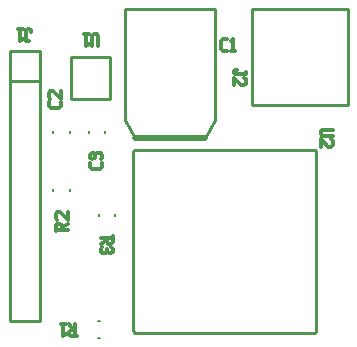
<source format=gbr>
G04 start of page 7 for group -4079 idx -4079 *
G04 Title: Dom32RF, topsilk *
G04 Creator: pcb 4.0.2 *
G04 CreationDate: Tue Feb 12 11:34:35 2019 UTC *
G04 For: walter *
G04 Format: Gerber/RS-274X *
G04 PCB-Dimensions (mil): 1181.10 1181.10 *
G04 PCB-Coordinate-Origin: lower left *
%MOIN*%
%FSLAX25Y25*%
%LNTOPSILK*%
%ADD43C,0.0118*%
%ADD42C,0.0200*%
%ADD41C,0.0100*%
%ADD40C,0.0080*%
G54D40*X19489Y57874D02*Y57088D01*
X24999Y57874D02*Y57088D01*
G54D41*X85575Y85654D02*Y117654D01*
X117575Y85654D02*X85575D01*
X117575Y117654D02*Y85654D01*
X85575Y117654D02*X117575D01*
X46575Y70857D02*X106475D01*
X46075Y70357D02*X46575Y70857D01*
X46075Y70357D02*Y10357D01*
X107075D02*X106575Y9857D01*
X46575D02*X106575D01*
X46575D02*X46075Y10357D01*
X107075Y70357D02*Y10357D01*
Y70357D02*X106575Y70857D01*
G54D40*X40157Y49606D02*Y48820D01*
X34647Y49606D02*Y48820D01*
X34449Y8269D02*X35235D01*
X34449Y13779D02*X35235D01*
G54D41*X25490Y101816D02*X38290D01*
Y87916D01*
X25490D02*X38290D01*
X25490Y101816D02*Y87916D01*
G54D40*X19489Y77165D02*Y76379D01*
X24999Y77165D02*Y76379D01*
X31300Y77165D02*Y76379D01*
X36810Y77165D02*Y76379D01*
G54D42*X46765Y74836D02*X70165D01*
G54D41*X73465Y80936D01*
Y117636D02*Y80936D01*
X43465Y117636D02*X73465D01*
X43465D02*Y80936D01*
X46765Y74836D01*
X5079Y93858D02*X15079D01*
Y103843D02*X5079Y103858D01*
X15094Y13858D02*X15079Y103858D01*
X5079Y13858D02*X15079D01*
X5079Y103858D02*Y13858D01*
G54D43*X83709Y96891D02*Y96091D01*
X80209D02*X83709D01*
X79709Y96591D02*X80209Y96091D01*
X79709Y97091D02*Y96591D01*
X80209Y97591D02*X79709Y97091D01*
X80209Y97591D02*X80709D01*
X83209Y94891D02*X83709Y94391D01*
Y92891D01*
X83209Y92391D01*
X82209D02*X83209D01*
X79709Y94891D02*X82209Y92391D01*
X79709Y94891D02*Y92391D01*
X109083Y77508D02*X112583D01*
X109083D02*X108583Y77008D01*
Y76008D01*
X109083Y75508D01*
X112583D01*
X112083Y74308D02*X112583Y73808D01*
Y72308D01*
X112083Y71808D01*
X111083D02*X112083D01*
X108583Y74308D02*X111083Y71808D01*
X108583Y74308D02*Y71808D01*
X76134Y103848D02*X77434D01*
X75434Y104548D02*X76134Y103848D01*
X75434Y107148D02*Y104548D01*
Y107148D02*X76134Y107848D01*
X77434D01*
X78634Y107048D02*X79434Y107848D01*
Y103848D01*
X78634D02*X80134D01*
X34486Y108898D02*Y105398D01*
Y108898D02*X33986Y109398D01*
X32986D02*X33986D01*
X32986D02*X32486Y108898D01*
Y105398D01*
X31286Y106198D02*X30486Y105398D01*
Y109398D02*Y105398D01*
X29786Y109398D02*X31286D01*
X21972Y86712D02*Y85412D01*
X21272Y84712D02*X21972Y85412D01*
X18672Y84712D02*X21272D01*
X18672D02*X17972Y85412D01*
Y86712D02*Y85412D01*
X18472Y87912D02*X17972Y88412D01*
Y89912D02*Y88412D01*
Y89912D02*X18472Y90412D01*
X19472D01*
X21972Y87912D02*X19472Y90412D01*
X21972D02*Y87912D01*
X35752Y66436D02*Y65136D01*
X35052Y64436D02*X35752Y65136D01*
X32452Y64436D02*X35052D01*
X32452D02*X31752Y65136D01*
Y66436D02*Y65136D01*
X32252Y67636D02*X31752Y68136D01*
Y69136D02*Y68136D01*
Y69136D02*X32252Y69636D01*
X35752Y69136D02*X35252Y69636D01*
X35752Y69136D02*Y68136D01*
X35252Y67636D02*X35752Y68136D01*
X33552Y69136D02*Y68136D01*
X32252Y69636D02*X33052D01*
X34052D02*X35252D01*
X34052D02*X33552Y69136D01*
X33052Y69636D02*X33552Y69136D01*
X20335Y45767D02*Y43767D01*
Y45767D02*X20835Y46267D01*
X21835D01*
X22335Y45767D02*X21835Y46267D01*
X22335Y45767D02*Y44267D01*
X20335D02*X24335D01*
X22335Y45067D02*X24335Y46267D01*
X20835Y47467D02*X20335Y47967D01*
Y49467D02*Y47967D01*
Y49467D02*X20835Y49967D01*
X21835D01*
X24335Y47467D02*X21835Y49967D01*
X24335D02*Y47467D01*
X10547Y107142D02*X11347D01*
X10547Y110642D02*Y107142D01*
X11047Y111142D02*X10547Y110642D01*
X11047Y111142D02*X11547D01*
X12047Y110642D02*X11547Y111142D01*
X12047Y110642D02*Y110142D01*
X9347Y107942D02*X8547Y107142D01*
Y111142D02*Y107142D01*
X7847Y111142D02*X9347D01*
X39311Y42060D02*Y40060D01*
X38811Y39560D01*
X37811D02*X38811D01*
X37311Y40060D02*X37811Y39560D01*
X37311Y41560D02*Y40060D01*
X35311Y41560D02*X39311D01*
X37311Y40760D02*X35311Y39560D01*
X38811Y38360D02*X39311Y37860D01*
Y36860D01*
X38811Y36360D01*
X35311Y36860D02*X35811Y36360D01*
X35311Y37860D02*Y36860D01*
X35811Y38360D02*X35311Y37860D01*
X37511D02*Y36860D01*
X38011Y36360D02*X38811D01*
X35811D02*X37011D01*
X37511Y36860D01*
X38011Y36360D02*X37511Y36860D01*
X25296Y8720D02*X27296D01*
X25296D02*X24796Y9220D01*
Y10220D02*Y9220D01*
X25296Y10720D02*X24796Y10220D01*
X25296Y10720D02*X26796D01*
Y12720D02*Y8720D01*
X25996Y10720D02*X24796Y12720D01*
X23596Y9520D02*X22796Y8720D01*
Y12720D02*Y8720D01*
X22096Y12720D02*X23596D01*
M02*

</source>
